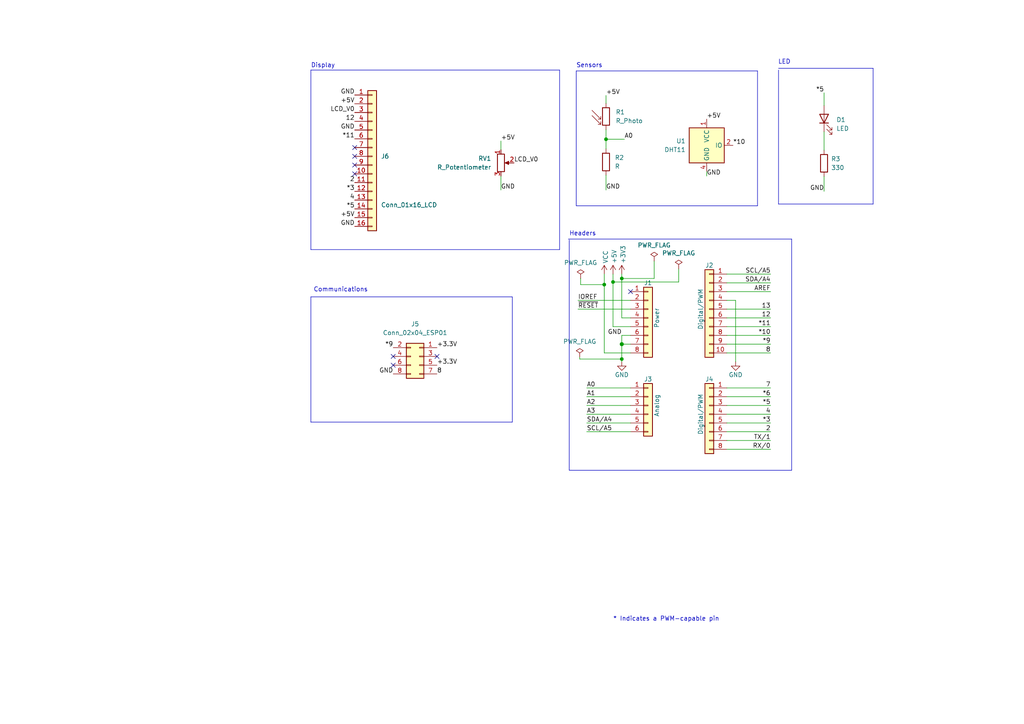
<source format=kicad_sch>
(kicad_sch (version 20230121) (generator eeschema)
  (paper "A4")
  (title_block (date "mar. 31 mars 2015"))
  (lib_symbols
    (symbol "Connector_Generic:Conn_01x06" (pin_names (offset 1.016) hide)
      (property "Reference" "J" (at 0 7.62 0))
      (property "Value" "Conn_01x06" (at 0 -10.16 0))
      (symbol "Conn_01x06_1_1"
        (rectangle (start -1.27 -7.493) (end 0 -7.747) (stroke (width 0.1524)))
        (rectangle (start -1.27 -4.953) (end 0 -5.207) (stroke (width 0.1524)))
        (rectangle (start -1.27 -2.413) (end 0 -2.667) (stroke (width 0.1524)))
        (rectangle (start -1.27 0.127) (end 0 -0.127) (stroke (width 0.1524)))
        (rectangle (start -1.27 2.667) (end 0 2.413) (stroke (width 0.1524)))
        (rectangle (start -1.27 5.207) (end 0 4.953) (stroke (width 0.1524)))
        (rectangle (start -1.27 6.35) (end 1.27 -8.89) (stroke (width 0.254)) (fill (type background)))
        (pin passive line (at -5.08 5.08 0) (length 3.81) (name "Pin_1") (number "1"))
        (pin passive line (at -5.08 2.54 0) (length 3.81) (name "Pin_2") (number "2"))
        (pin passive line (at -5.08 0 0) (length 3.81) (name "Pin_3") (number "3"))
        (pin passive line (at -5.08 -2.54 0) (length 3.81) (name "Pin_4") (number "4"))
        (pin passive line (at -5.08 -5.08 0) (length 3.81) (name "Pin_5") (number "5"))
        (pin passive line (at -5.08 -7.62 0) (length 3.81) (name "Pin_6") (number "6"))
      )
    )
    (symbol "Connector_Generic:Conn_01x08" (pin_names (offset 1.016) hide)
      (property "Reference" "J" (at 0 10.16 0))
      (property "Value" "Conn_01x08" (at 0 -12.7 0))
      (symbol "Conn_01x08_1_1"
        (rectangle (start -1.27 -10.033) (end 0 -10.287) (stroke (width 0.1524)))
        (rectangle (start -1.27 -7.493) (end 0 -7.747) (stroke (width 0.1524)))
        (rectangle (start -1.27 -4.953) (end 0 -5.207) (stroke (width 0.1524)))
        (rectangle (start -1.27 -2.413) (end 0 -2.667) (stroke (width 0.1524)))
        (rectangle (start -1.27 0.127) (end 0 -0.127) (stroke (width 0.1524)))
        (rectangle (start -1.27 2.667) (end 0 2.413) (stroke (width 0.1524)))
        (rectangle (start -1.27 5.207) (end 0 4.953) (stroke (width 0.1524)))
        (rectangle (start -1.27 7.747) (end 0 7.493) (stroke (width 0.1524)))
        (rectangle (start -1.27 8.89) (end 1.27 -11.43) (stroke (width 0.254)) (fill (type background)))
        (pin passive line (at -5.08 7.62 0) (length 3.81) (name "Pin_1") (number "1"))
        (pin passive line (at -5.08 5.08 0) (length 3.81) (name "Pin_2") (number "2"))
        (pin passive line (at -5.08 2.54 0) (length 3.81) (name "Pin_3") (number "3"))
        (pin passive line (at -5.08 0 0) (length 3.81) (name "Pin_4") (number "4"))
        (pin passive line (at -5.08 -2.54 0) (length 3.81) (name "Pin_5") (number "5"))
        (pin passive line (at -5.08 -5.08 0) (length 3.81) (name "Pin_6") (number "6"))
        (pin passive line (at -5.08 -7.62 0) (length 3.81) (name "Pin_7") (number "7"))
        (pin passive line (at -5.08 -10.16 0) (length 3.81) (name "Pin_8") (number "8"))
      )
    )
    (symbol "Connector_Generic:Conn_01x10" (pin_names (offset 1.016) hide)
      (property "Reference" "J" (at 0 12.7 0))
      (property "Value" "Conn_01x10" (at 0 -15.24 0))
      (symbol "Conn_01x10_1_1"
        (rectangle (start -1.27 -12.573) (end 0 -12.827) (stroke (width 0.1524)))
        (rectangle (start -1.27 -10.033) (end 0 -10.287) (stroke (width 0.1524)))
        (rectangle (start -1.27 -7.493) (end 0 -7.747) (stroke (width 0.1524)))
        (rectangle (start -1.27 -4.953) (end 0 -5.207) (stroke (width 0.1524)))
        (rectangle (start -1.27 -2.413) (end 0 -2.667) (stroke (width 0.1524)))
        (rectangle (start -1.27 0.127) (end 0 -0.127) (stroke (width 0.1524)))
        (rectangle (start -1.27 2.667) (end 0 2.413) (stroke (width 0.1524)))
        (rectangle (start -1.27 5.207) (end 0 4.953) (stroke (width 0.1524)))
        (rectangle (start -1.27 7.747) (end 0 7.493) (stroke (width 0.1524)))
        (rectangle (start -1.27 10.287) (end 0 10.033) (stroke (width 0.1524)))
        (rectangle (start -1.27 11.43) (end 1.27 -13.97) (stroke (width 0.254)) (fill (type background)))
        (pin passive line (at -5.08 10.16 0) (length 3.81) (name "Pin_1") (number "1"))
        (pin passive line (at -5.08 -12.7 0) (length 3.81) (name "Pin_10") (number "10"))
        (pin passive line (at -5.08 7.62 0) (length 3.81) (name "Pin_2") (number "2"))
        (pin passive line (at -5.08 5.08 0) (length 3.81) (name "Pin_3") (number "3"))
        (pin passive line (at -5.08 2.54 0) (length 3.81) (name "Pin_4") (number "4"))
        (pin passive line (at -5.08 0 0) (length 3.81) (name "Pin_5") (number "5"))
        (pin passive line (at -5.08 -2.54 0) (length 3.81) (name "Pin_6") (number "6"))
        (pin passive line (at -5.08 -5.08 0) (length 3.81) (name "Pin_7") (number "7"))
        (pin passive line (at -5.08 -7.62 0) (length 3.81) (name "Pin_8") (number "8"))
        (pin passive line (at -5.08 -10.16 0) (length 3.81) (name "Pin_9") (number "9"))
      )
    )
    (symbol "Connector_Generic:Conn_01x16" (pin_names (offset 1.016) hide)
      (property "Reference" "J" (at 0 20.32 0))
      (property "Value" "Conn_01x16" (at 0 -22.86 0))
      (symbol "Conn_01x16_1_1"
        (rectangle (start -1.27 -20.193) (end 0 -20.447) (stroke (width 0.1524)))
        (rectangle (start -1.27 -17.653) (end 0 -17.907) (stroke (width 0.1524)))
        (rectangle (start -1.27 -15.113) (end 0 -15.367) (stroke (width 0.1524)))
        (rectangle (start -1.27 -12.573) (end 0 -12.827) (stroke (width 0.1524)))
        (rectangle (start -1.27 -10.033) (end 0 -10.287) (stroke (width 0.1524)))
        (rectangle (start -1.27 -7.493) (end 0 -7.747) (stroke (width 0.1524)))
        (rectangle (start -1.27 -4.953) (end 0 -5.207) (stroke (width 0.1524)))
        (rectangle (start -1.27 -2.413) (end 0 -2.667) (stroke (width 0.1524)))
        (rectangle (start -1.27 0.127) (end 0 -0.127) (stroke (width 0.1524)))
        (rectangle (start -1.27 2.667) (end 0 2.413) (stroke (width 0.1524)))
        (rectangle (start -1.27 5.207) (end 0 4.953) (stroke (width 0.1524)))
        (rectangle (start -1.27 7.747) (end 0 7.493) (stroke (width 0.1524)))
        (rectangle (start -1.27 10.287) (end 0 10.033) (stroke (width 0.1524)))
        (rectangle (start -1.27 12.827) (end 0 12.573) (stroke (width 0.1524)))
        (rectangle (start -1.27 15.367) (end 0 15.113) (stroke (width 0.1524)))
        (rectangle (start -1.27 17.907) (end 0 17.653) (stroke (width 0.1524)))
        (rectangle (start -1.27 19.05) (end 1.27 -21.59) (stroke (width 0.254)) (fill (type background)))
        (pin passive line (at -5.08 17.78 0) (length 3.81) (name "Pin_1") (number "1"))
        (pin passive line (at -5.08 -5.08 0) (length 3.81) (name "Pin_10") (number "10"))
        (pin passive line (at -5.08 -7.62 0) (length 3.81) (name "Pin_11") (number "11"))
        (pin passive line (at -5.08 -10.16 0) (length 3.81) (name "Pin_12") (number "12"))
        (pin passive line (at -5.08 -12.7 0) (length 3.81) (name "Pin_13") (number "13"))
        (pin passive line (at -5.08 -15.24 0) (length 3.81) (name "Pin_14") (number "14"))
        (pin passive line (at -5.08 -17.78 0) (length 3.81) (name "Pin_15") (number "15"))
        (pin passive line (at -5.08 -20.32 0) (length 3.81) (name "Pin_16") (number "16"))
        (pin passive line (at -5.08 15.24 0) (length 3.81) (name "Pin_2") (number "2"))
        (pin passive line (at -5.08 12.7 0) (length 3.81) (name "Pin_3") (number "3"))
        (pin passive line (at -5.08 10.16 0) (length 3.81) (name "Pin_4") (number "4"))
        (pin passive line (at -5.08 7.62 0) (length 3.81) (name "Pin_5") (number "5"))
        (pin passive line (at -5.08 5.08 0) (length 3.81) (name "Pin_6") (number "6"))
        (pin passive line (at -5.08 2.54 0) (length 3.81) (name "Pin_7") (number "7"))
        (pin passive line (at -5.08 0 0) (length 3.81) (name "Pin_8") (number "8"))
        (pin passive line (at -5.08 -2.54 0) (length 3.81) (name "Pin_9") (number "9"))
      )
    )
    (symbol "Connector_Generic:Conn_02x04_Odd_Even" (pin_names (offset 1.016) hide)
      (property "Reference" "J" (at 1.27 5.08 0))
      (property "Value" "Conn_02x04_Odd_Even" (at 1.27 -7.62 0))
      (symbol "Conn_02x04_Odd_Even_1_1"
        (rectangle (start -1.27 -4.953) (end 0 -5.207) (stroke (width 0.1524)))
        (rectangle (start -1.27 -2.413) (end 0 -2.667) (stroke (width 0.1524)))
        (rectangle (start -1.27 0.127) (end 0 -0.127) (stroke (width 0.1524)))
        (rectangle (start -1.27 2.667) (end 0 2.413) (stroke (width 0.1524)))
        (rectangle (start -1.27 3.81) (end 3.81 -6.35) (stroke (width 0.254)) (fill (type background)))
        (rectangle (start 3.81 -4.953) (end 2.54 -5.207) (stroke (width 0.1524)))
        (rectangle (start 3.81 -2.413) (end 2.54 -2.667) (stroke (width 0.1524)))
        (rectangle (start 3.81 0.127) (end 2.54 -0.127) (stroke (width 0.1524)))
        (rectangle (start 3.81 2.667) (end 2.54 2.413) (stroke (width 0.1524)))
        (pin passive line (at -5.08 2.54 0) (length 3.81) (name "Pin_1") (number "1"))
        (pin passive line (at 7.62 2.54 180) (length 3.81) (name "Pin_2") (number "2"))
        (pin passive line (at -5.08 0 0) (length 3.81) (name "Pin_3") (number "3"))
        (pin passive line (at 7.62 0 180) (length 3.81) (name "Pin_4") (number "4"))
        (pin passive line (at -5.08 -2.54 0) (length 3.81) (name "Pin_5") (number "5"))
        (pin passive line (at 7.62 -2.54 180) (length 3.81) (name "Pin_6") (number "6"))
        (pin passive line (at -5.08 -5.08 0) (length 3.81) (name "Pin_7") (number "7"))
        (pin passive line (at 7.62 -5.08 180) (length 3.81) (name "Pin_8") (number "8"))
      )
    )
    (symbol "Device:LED" (pin_numbers hide) (pin_names (offset 1.016) hide)
      (property "Reference" "D" (at 0 2.54 0))
      (property "Value" "LED" (at 0 -2.54 0))
      (symbol "LED_0_1"
        (polyline (pts (xy -1.27 -1.27) (xy -1.27 1.27)) (stroke (width 0.254)))
        (polyline (pts (xy -1.27 0) (xy 1.27 0)))
        (polyline (pts (xy 1.27 -1.27) (xy 1.27 1.27) (xy -1.27 0) (xy 1.27 -1.27)) (stroke (width 0.254)))
        (polyline (pts (xy -3.048 -0.762) (xy -4.572 -2.286) (xy -3.81 -2.286) (xy -4.572 -2.286) (xy -4.572 -1.524)))
        (polyline (pts (xy -1.778 -0.762) (xy -3.302 -2.286) (xy -2.54 -2.286) (xy -3.302 -2.286) (xy -3.302 -1.524)))
      )
      (symbol "LED_1_1"
        (pin passive line (at -3.81 0 0) (length 2.54) (name "K") (number "1"))
        (pin passive line (at 3.81 0 180) (length 2.54) (name "A") (number "2"))
      )
    )
    (symbol "Device:R" (pin_numbers hide) (pin_names (offset 0))
      (property "Reference" "R" (at 2.032 0 90))
      (property "Value" "R" (at 0 0 90))
      (symbol "R_0_1"
        (rectangle (start -1.016 -2.54) (end 1.016 2.54) (stroke (width 0.254)))
      )
      (symbol "R_1_1"
        (pin passive line (at 0 3.81 270) (length 1.27) (name "~") (number "1"))
        (pin passive line (at 0 -3.81 90) (length 1.27) (name "~") (number "2"))
      )
    )
    (symbol "Device:R_Photo" (pin_numbers hide) (pin_names (offset 0))
      (property "Reference" "R" (at 1.27 1.27 0))
      (property "Value" "R_Photo" (at 1.27 0 0))
      (symbol "R_Photo_0_1"
        (rectangle (start -1.016 2.54) (end 1.016 -2.54) (stroke (width 0.254)))
        (polyline (pts (xy -1.524 -2.286) (xy -4.064 0.254)))
        (polyline (pts (xy -1.524 -2.286) (xy -2.286 -2.286)))
        (polyline (pts (xy -1.524 -2.286) (xy -1.524 -1.524)))
        (polyline (pts (xy -1.524 -0.762) (xy -4.064 1.778)))
        (polyline (pts (xy -1.524 -0.762) (xy -2.286 -0.762)))
        (polyline (pts (xy -1.524 -0.762) (xy -1.524 0)))
      )
      (symbol "R_Photo_1_1"
        (pin passive line (at 0 3.81 270) (length 1.27) (name "~") (number "1"))
        (pin passive line (at 0 -3.81 90) (length 1.27) (name "~") (number "2"))
      )
    )
    (symbol "Device:R_Potentiometer" (pin_names (offset 1.016) hide)
      (property "Reference" "RV" (at -4.445 0 90))
      (property "Value" "R_Potentiometer" (at -2.54 0 90))
      (symbol "R_Potentiometer_0_1"
        (polyline (pts (xy 2.54 0) (xy 1.524 0)))
        (polyline (pts (xy 1.143 0) (xy 2.286 0.508) (xy 2.286 -0.508) (xy 1.143 0)) (fill (type outline)))
        (rectangle (start 1.016 2.54) (end -1.016 -2.54) (stroke (width 0.254)))
      )
      (symbol "R_Potentiometer_1_1"
        (pin passive line (at 0 3.81 270) (length 1.27) (name "1") (number "1"))
        (pin passive line (at 3.81 0 180) (length 1.27) (name "2") (number "2"))
        (pin passive line (at 0 -3.81 90) (length 1.27) (name "3") (number "3"))
      )
    )
    (symbol "Sensor:DHT11"
      (property "Reference" "U" (at -3.81 6.35 0))
      (property "Value" "DHT11" (at 3.81 6.35 0))
      (symbol "DHT11_0_1"
        (rectangle (start -5.08 5.08) (end 5.08 -5.08) (stroke (width 0.254)) (fill (type background)))
      )
      (symbol "DHT11_1_1"
        (pin power_in line (at 0 7.62 270) (length 2.54) (name "VCC") (number "1"))
        (pin bidirectional line (at 7.62 0 180) (length 2.54) (name "IO") (number "2"))
        (pin no_connect line (at -5.08 0 0) (length 2.54) hide (name "NC") (number "3"))
        (pin power_in line (at 0 -7.62 90) (length 2.54) (name "GND") (number "4"))
      )
    )
    (symbol "power:+3V3" (power) (pin_names (offset 0))
      (property "Value" "+3V3" (at 0 3.556 0))
      (symbol "+3V3_0_1"
        (polyline (pts (xy -0.762 1.27) (xy 0 2.54)))
        (polyline (pts (xy 0 0) (xy 0 2.54)))
        (polyline (pts (xy 0 2.54) (xy 0.762 1.27)))
      )
      (symbol "+3V3_1_1"
        (pin power_in line (at 0 0 90) (length 0) hide (name "+3V3") (number "1"))
      )
    )
    (symbol "power:+5V" (power) (pin_names (offset 0))
      (property "Value" "+5V" (at 0 3.556 0))
      (symbol "+5V_0_1"
        (polyline (pts (xy -0.762 1.27) (xy 0 2.54)))
        (polyline (pts (xy 0 0) (xy 0 2.54)))
        (polyline (pts (xy 0 2.54) (xy 0.762 1.27)))
      )
      (symbol "+5V_1_1"
        (pin power_in line (at 0 0 90) (length 0) hide (name "+5V") (number "1"))
      )
    )
    (symbol "power:GND" (power) (pin_names (offset 0))
      (property "Value" "GND" (at 0 -3.81 0))
      (symbol "GND_0_1"
        (polyline (pts (xy 0 0) (xy 0 -1.27) (xy 1.27 -1.27) (xy 0 -2.54) (xy -1.27 -1.27) (xy 0 -1.27)))
      )
      (symbol "GND_1_1"
        (pin power_in line (at 0 0 270) (length 0) hide (name "GND") (number "1"))
      )
    )
    (symbol "power:PWR_FLAG" (power) (pin_numbers hide) (pin_names (offset 0) hide)
      (property "Value" "PWR_FLAG" (at 0 3.81 0))
      (symbol "PWR_FLAG_0_0"
        (pin power_out line (at 0 0 90) (length 0) (name "pwr") (number "1"))
      )
      (symbol "PWR_FLAG_0_1"
        (polyline (pts (xy 0 0) (xy 0 1.27) (xy -1.016 1.905) (xy 0 2.54) (xy 1.016 1.905) (xy 0 1.27)))
      )
    )
    (symbol "power:VCC" (power) (pin_names (offset 0))
      (property "Value" "VCC" (at 0 3.81 0))
      (symbol "VCC_0_1"
        (polyline (pts (xy -0.762 1.27) (xy 0 2.54)))
        (polyline (pts (xy 0 0) (xy 0 2.54)))
        (polyline (pts (xy 0 2.54) (xy 0.762 1.27)))
      )
      (symbol "VCC_1_1"
        (pin power_in line (at 0 0 90) (length 0) hide (name "VCC") (number "1"))
      )
    )
  )
  (junction (at 180.34 80.772))
  (junction (at 180.34 99.822) (diameter 1.016))
  (junction (at 180.34 104.14))
  (junction (at 177.8 81.788))
  (junction (at 175.768 40.386))
  (junction (at 175.26 82.55))
  (no_connect (at 126.746 103.378))
  (no_connect (at 102.87 50.419))
  (no_connect (at 102.87 47.879))
  (no_connect (at 102.87 45.339))
  (no_connect (at 102.87 42.799))
  (no_connect (at 114.046 103.378))
  (no_connect (at 114.046 105.918))
  (no_connect (at 182.88 84.582))
  (wire (pts (xy 210.82 130.302) (xy 223.52 130.302)))
  (wire (pts (xy 180.34 80.772) (xy 180.34 92.202)))
  (wire (pts (xy 168.402 82.55) (xy 175.26 82.55)))
  (wire (pts (xy 210.82 97.282) (xy 223.52 97.282)))
  (polyline (pts (xy 164.846 69.342) (xy 229.616 69.342)))
  (wire (pts (xy 210.82 79.502) (xy 223.52 79.502)))
  (wire (pts (xy 180.34 79.502) (xy 180.34 80.772)))
  (polyline (pts (xy 167.132 20.574) (xy 167.132 59.69)))
  (wire (pts (xy 180.34 97.282) (xy 180.34 99.822)))
  (wire (pts (xy 170.18 125.222) (xy 182.88 125.222)))
  (wire (pts (xy 177.8 81.788) (xy 177.8 94.742)))
  (wire (pts (xy 204.978 49.784) (xy 204.978 51.054)))
  (wire (pts (xy 180.34 99.822) (xy 180.34 104.14)))
  (wire (pts (xy 180.34 92.202) (xy 182.88 92.202)))
  (wire (pts (xy 177.8 94.742) (xy 182.88 94.742)))
  (wire (pts (xy 168.148 104.14) (xy 180.34 104.14)))
  (wire (pts (xy 177.8 79.502) (xy 177.8 81.788)))
  (wire (pts (xy 210.82 89.662) (xy 223.52 89.662)))
  (wire (pts (xy 210.82 112.522) (xy 223.52 112.522)))
  (wire (pts (xy 168.148 103.632) (xy 168.148 104.14)))
  (wire (pts (xy 182.88 112.522) (xy 170.18 112.522)))
  (polyline (pts (xy 165.1 136.398) (xy 229.616 136.398)))
  (wire (pts (xy 210.82 92.202) (xy 223.52 92.202)))
  (wire (pts (xy 210.82 115.062) (xy 223.52 115.062)))
  (wire (pts (xy 239.014 26.924) (xy 239.014 30.607)))
  (wire (pts (xy 175.768 37.592) (xy 175.768 40.386)))
  (polyline (pts (xy 229.616 136.398) (xy 229.616 69.342)))
  (wire (pts (xy 196.85 77.978) (xy 196.85 81.788)))
  (polyline (pts (xy 167.132 20.574) (xy 219.71 20.574)))
  (polyline (pts (xy 225.806 59.182) (xy 253.238 59.182)))
  (wire (pts (xy 239.014 51.181) (xy 239.014 55.499)))
  (wire (pts (xy 210.82 99.822) (xy 223.52 99.822)))
  (wire (pts (xy 210.82 120.142) (xy 223.52 120.142)))
  (wire (pts (xy 167.64 87.122) (xy 182.88 87.122)))
  (polyline (pts (xy 167.132 59.69) (xy 219.71 59.69)))
  (wire (pts (xy 175.26 82.55) (xy 175.26 79.502)))
  (wire (pts (xy 213.36 87.122) (xy 213.36 104.902)))
  (wire (pts (xy 210.82 84.582) (xy 223.52 84.582)))
  (polyline (pts (xy 148.59 122.428) (xy 148.59 86.106)))
  (wire (pts (xy 239.014 38.227) (xy 239.014 43.561)))
  (wire (pts (xy 175.768 40.386) (xy 175.768 43.18)))
  (polyline (pts (xy 219.71 59.69) (xy 219.71 20.574)))
  (wire (pts (xy 182.88 117.602) (xy 170.18 117.602)))
  (wire (pts (xy 167.64 89.662) (xy 182.88 89.662)))
  (polyline (pts (xy 90.17 86.106) (xy 148.59 86.106)))
  (wire (pts (xy 182.88 99.822) (xy 180.34 99.822)))
  (wire (pts (xy 180.34 104.14) (xy 180.34 104.902)))
  (polyline (pts (xy 90.17 20.32) (xy 162.306 20.32)))
  (wire (pts (xy 196.85 81.788) (xy 177.8 81.788)))
  (wire (pts (xy 182.88 102.362) (xy 175.26 102.362)))
  (wire (pts (xy 189.738 80.772) (xy 180.34 80.772)))
  (polyline (pts (xy 225.806 19.812) (xy 253.238 19.812)))
  (wire (pts (xy 170.18 115.062) (xy 182.88 115.062)))
  (wire (pts (xy 168.402 80.772) (xy 168.402 82.55)))
  (polyline (pts (xy 90.17 72.39) (xy 162.306 72.39)))
  (wire (pts (xy 189.738 75.692) (xy 189.738 80.772)))
  (wire (pts (xy 210.82 87.122) (xy 213.36 87.122)))
  (polyline (pts (xy 90.17 122.428) (xy 148.59 122.428)))
  (wire (pts (xy 182.88 97.282) (xy 180.34 97.282)))
  (wire (pts (xy 210.82 94.742) (xy 223.52 94.742)))
  (wire (pts (xy 210.82 117.602) (xy 223.52 117.602)))
  (wire (pts (xy 170.18 120.142) (xy 182.88 120.142)))
  (polyline (pts (xy 225.806 20.32) (xy 225.806 59.182)))
  (polyline (pts (xy 165.1 69.596) (xy 165.1 136.398)))
  (wire (pts (xy 145.288 51.054) (xy 145.288 55.118)))
  (polyline (pts (xy 90.17 20.32) (xy 90.17 72.39)))
  (polyline (pts (xy 90.17 86.106) (xy 90.17 122.428)))
  (wire (pts (xy 145.288 40.894) (xy 145.288 43.434)))
  (polyline (pts (xy 162.306 72.39) (xy 162.306 20.32)))
  (polyline (pts (xy 253.238 59.182) (xy 253.238 19.812)))
  (wire (pts (xy 210.82 82.042) (xy 223.52 82.042)))
  (wire (pts (xy 210.82 125.222) (xy 223.52 125.222)))
  (wire (pts (xy 175.768 27.686) (xy 175.768 29.972)))
  (wire (pts (xy 210.82 122.682) (xy 223.52 122.682)))
  (wire (pts (xy 175.768 50.8) (xy 175.768 55.118)))
  (wire (pts (xy 210.82 127.762) (xy 223.52 127.762)))
  (wire (pts (xy 175.26 102.362) (xy 175.26 82.55)))
  (wire (pts (xy 182.88 122.682) (xy 170.18 122.682)))
  (wire (pts (xy 181.102 40.386) (xy 175.768 40.386)))
  (wire (pts (xy 210.82 102.362) (xy 223.52 102.362)))
  (text "Communications" (at 90.932 84.836 0) (effects (font (size 1.27 1.27)) (justify left bottom)))
  (text "LED" (at 225.679 18.796 0) (effects (font (size 1.27 1.27)) (justify left bottom)))
  (text "Headers" (at 165.1 68.58 0) (effects (font (size 1.27 1.27)) (justify left bottom)))
  (text "* Indicates a PWM-capable pin" (at 177.8 180.34 0) (effects (font (size 1.27 1.27)) (justify left bottom)))
  (text "Display" (at 90.17 19.812 0) (effects (font (size 1.27 1.27)) (justify left bottom)))
  (text "Sensors" (at 167.132 19.812 0) (effects (font (size 1.27 1.27)) (justify left bottom)))
  (label "RX{slash}0" (at 223.52 130.302 180))
  (label "4" (at 102.87 58.039 180))
  (label "A2" (at 170.18 117.602 0))
  (label "+5V" (at 102.87 30.099 180))
  (label "4" (at 223.52 120.142 180))
  (label "GND" (at 114.046 108.458 180))
  (label "*3" (at 102.87 55.499 180))
  (label "LCD_V0" (at 102.87 32.639 180))
  (label "+5V" (at 204.978 34.544 0))
  (label "GND" (at 239.014 55.499 180))
  (label "2" (at 223.52 125.222 180))
  (label "A3" (at 170.18 120.142 0))
  (label "13" (at 223.52 89.662 180))
  (label "12" (at 223.52 92.202 180))
  (label "*11" (at 102.87 40.259 180))
  (label "~{RESET}" (at 167.64 89.662 0))
  (label "*10" (at 223.52 97.282 180))
  (label "GND" (at 175.768 55.118 0))
  (label "*5" (at 102.87 60.579 180))
  (label "+3.3V" (at 126.746 105.918 0))
  (label "8" (at 126.746 108.458 0))
  (label "A0" (at 181.102 40.386 0))
  (label "GND" (at 180.34 97.282 180))
  (label "7" (at 223.52 112.522 180))
  (label "GND" (at 102.87 65.659 180))
  (label "SDA{slash}A4" (at 223.52 82.042 180))
  (label "8" (at 223.52 102.362 180))
  (label "+3.3V" (at 126.746 100.838 0))
  (label "GND" (at 145.288 55.118 0))
  (label "*11" (at 223.52 94.742 180))
  (label "LCD_V0" (at 149.098 47.244 0))
  (label "GND" (at 102.87 27.559 180))
  (label "*10" (at 212.598 42.164 0))
  (label "*3" (at 223.52 122.682 180))
  (label "+5V" (at 145.288 40.894 0))
  (label "GND" (at 204.978 51.054 0))
  (label "A1" (at 170.18 115.062 0))
  (label "*9" (at 114.046 100.838 180))
  (label "TX{slash}1" (at 223.52 127.762 180))
  (label "*5" (at 239.014 26.924 180))
  (label "A0" (at 170.18 112.522 0))
  (label "AREF" (at 223.52 84.582 180))
  (label "*6" (at 223.52 115.062 180))
  (label "SCL{slash}A5" (at 223.52 79.502 180))
  (label "*9" (at 223.52 99.822 180))
  (label "+5V" (at 102.87 63.119 180))
  (label "*5" (at 223.52 117.602 180))
  (label "IOREF" (at 167.64 87.122 0))
  (label "GND" (at 102.87 37.719 180))
  (label "2" (at 102.87 52.959 180))
  (label "SDA{slash}A4" (at 170.18 122.682 0))
  (label "SCL{slash}A5" (at 170.18 125.222 0))
  (label "12" (at 102.87 35.179 180))
  (label "+5V" (at 175.768 27.686 0))
  (symbol (lib_id "Connector_Generic:Conn_01x08") (at 187.96 92.202 0) (unit 1)
    (property "Reference" "J1" (at 187.96 82.042 0))
    (property "Value" "Power" (at 190.5 92.202 90))
    (property "Footprint" "Connector_PinSocket_2.54mm:PinSocket_1x08_P2.54mm_Vertical" (effects hide))
  )
  (symbol (lib_id "power:+3V3") (at 180.34 79.502 0) (unit 1)
    (property "Reference" "#PWR03" (effects hide))
    (property "Value" "+3.3V" (at 180.721 76.454 90) (effects (justify left)))
  )
  (symbol (lib_id "power:+5V") (at 177.8 79.502 0) (unit 1)
    (property "Reference" "#PWR02" (effects hide))
    (property "Value" "+5V" (at 178.1556 76.454 90) (effects (justify left)))
  )
  (symbol (lib_id "power:GND") (at 180.34 104.902 0) (unit 1)
    (property "Reference" "#PWR04" (effects hide))
    (property "Value" "GND" (at 180.34 108.712 0))
  )
  (symbol (lib_id "Connector_Generic:Conn_01x10") (at 205.74 89.662 0) (mirror y) (unit 1)
    (property "Reference" "J2" (at 205.74 76.962 0))
    (property "Value" "Digital/PWM" (at 203.2 89.662 90))
    (property "Footprint" "Connector_PinSocket_2.54mm:PinSocket_1x10_P2.54mm_Vertical" (effects hide))
  )
  (symbol (lib_id "power:GND") (at 213.36 104.902 0) (unit 1)
    (property "Reference" "#PWR05" (effects hide))
    (property "Value" "GND" (at 213.36 108.712 0))
  )
  (symbol (lib_id "Connector_Generic:Conn_01x06") (at 187.96 117.602 0) (unit 1)
    (property "Reference" "J3" (at 187.96 109.982 0))
    (property "Value" "Analog" (at 190.5 117.602 90))
    (property "Footprint" "Connector_PinSocket_2.54mm:PinSocket_1x06_P2.54mm_Vertical" (effects hide))
  )
  (symbol (lib_id "Connector_Generic:Conn_01x08") (at 205.74 120.142 0) (mirror y) (unit 1)
    (property "Reference" "J4" (at 205.74 109.982 0))
    (property "Value" "Digital/PWM" (at 203.2 120.142 90))
    (property "Footprint" "Connector_PinSocket_2.54mm:PinSocket_1x08_P2.54mm_Vertical" (effects hide))
  )
  (symbol (lib_id "Device:R") (at 239.014 47.371 0) (unit 1)
    (property "Reference" "R3" (at 241.046 46.1009 0) (effects (justify left)))
    (property "Value" "330" (at 241.046 48.6409 0) (effects (justify left)))
    (property "Footprint" "Resistor_THT:R_Axial_DIN0207_L6.3mm_D2.5mm_P7.62mm_Horizontal" (effects hide))
  )
  (symbol (lib_id "power:PWR_FLAG") (at 168.148 103.632 0) (unit 1)
    (property "Reference" "#FLG0104" (effects hide))
    (property "Value" "PWR_FLAG" (at 168.148 99.06 0))
  )
  (symbol (lib_id "Device:R") (at 175.768 46.99 0) (unit 1)
    (property "Reference" "R2" (at 178.308 45.7199 0) (effects (justify left)))
    (property "Value" "R" (at 178.308 48.2599 0) (effects (justify left)))
    (property "Footprint" "Resistor_THT:R_Axial_DIN0207_L6.3mm_D2.5mm_P7.62mm_Horizontal" (effects hide))
  )
  (symbol (lib_id "Connector_Generic:Conn_01x16") (at 107.95 45.339 0) (unit 1)
    (property "Reference" "J6" (at 110.49 45.3389 0) (effects (justify left)))
    (property "Value" "Conn_01x16_LCD" (at 110.49 59.436 0) (effects (justify left)))
    (property "Footprint" "Connector_PinHeader_2.54mm:PinHeader_1x16_P2.54mm_Vertical" (effects hide))
  )
  (symbol (lib_id "power:VCC") (at 175.26 79.502 0) (unit 1)
    (property "Reference" "#PWR01" (effects hide))
    (property "Value" "VCC" (at 175.641 76.454 90) (effects (justify left)))
  )
  (symbol (lib_id "power:PWR_FLAG") (at 189.738 75.692 0) (unit 1)
    (property "Reference" "#FLG0102" (effects hide))
    (property "Value" "PWR_FLAG" (at 189.738 71.12 0))
  )
  (symbol (lib_id "Device:LED") (at 239.014 34.417 90) (unit 1)
    (property "Reference" "D1" (at 242.57 34.7344 90) (effects (justify right)))
    (property "Value" "LED" (at 242.57 37.2744 90) (effects (justify right)))
    (property "Footprint" "LED_THT:LED_D3.0mm" (effects hide))
  )
  (symbol (lib_id "Connector_Generic:Conn_02x04_Odd_Even") (at 121.666 103.378 0) (mirror y) (unit 1)
    (property "Reference" "J5" (at 120.396 93.98 0))
    (property "Value" "Conn_02x04_ESP01" (at 120.396 96.52 0))
    (property "Footprint" "Connector_PinSocket_2.54mm:PinSocket_2x04_P2.54mm_Vertical" (effects hide))
  )
  (symbol (lib_id "Device:R_Potentiometer") (at 145.288 47.244 0) (unit 1)
    (property "Reference" "RV1" (at 142.494 45.9739 0) (effects (justify right)))
    (property "Value" "R_Potentiometer" (at 142.494 48.5139 0) (effects (justify right)))
    (property "Footprint" "Potentiometer_THT:Potentiometer_Vishay_T73YP_Vertical" (effects hide))
  )
  (symbol (lib_id "power:PWR_FLAG") (at 168.402 80.772 0) (unit 1)
    (property "Reference" "#FLG0101" (effects hide))
    (property "Value" "PWR_FLAG" (at 168.402 76.2 0))
  )
  (symbol (lib_id "power:PWR_FLAG") (at 196.85 77.978 0) (unit 1)
    (property "Reference" "#FLG0103" (effects hide))
    (property "Value" "PWR_FLAG" (at 196.85 73.406 0))
  )
  (symbol (lib_id "Sensor:DHT11") (at 204.978 42.164 0) (unit 1)
    (property "Reference" "U1" (at 198.882 40.8939 0) (effects (justify right)))
    (property "Value" "DHT11" (at 198.882 43.4339 0) (effects (justify right)))
    (property "Footprint" "Sensor:Aosong_DHT11_5.5x12.0_P2.54mm" (effects hide))
    (property "Datasheet" "http://akizukidenshi.com/download/ds/aosong/DHT11.pdf" (effects hide))
  )
  (symbol (lib_id "Device:R_Photo") (at 175.768 33.782 0) (unit 1)
    (property "Reference" "R1" (at 178.562 32.5119 0) (effects (justify left)))
    (property "Value" "R_Photo" (at 178.562 35.0519 0) (effects (justify left)))
    (property "Footprint" "Resistor_THT:R_Axial_DIN0204_L3.6mm_D1.6mm_P1.90mm_Vertical" (effects hide))
  )
)
</source>
